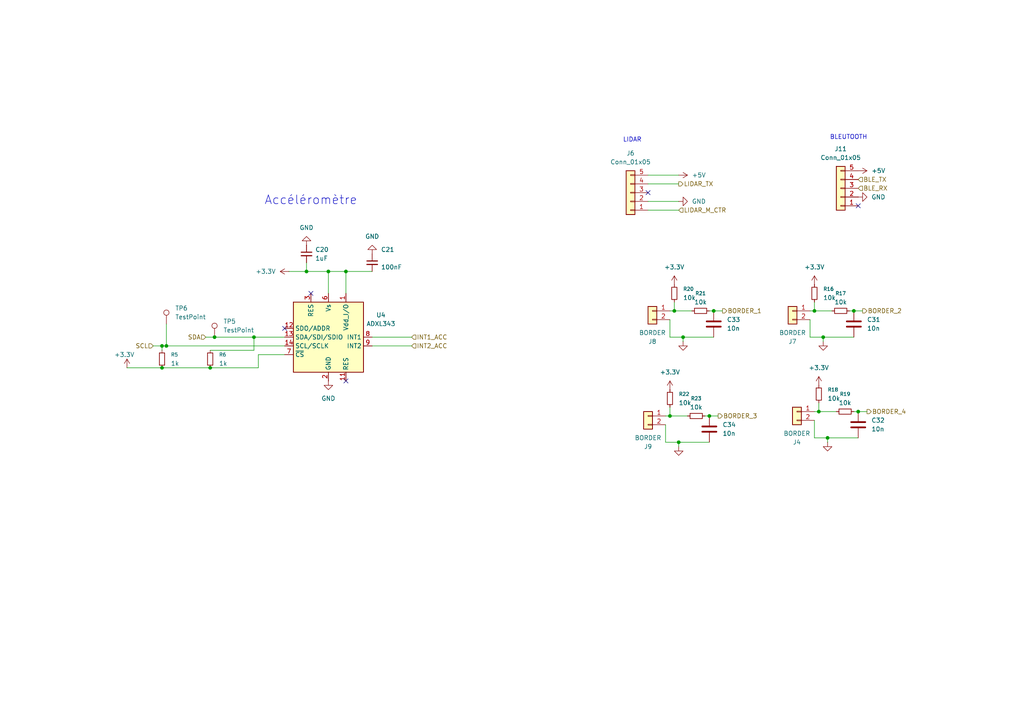
<source format=kicad_sch>
(kicad_sch (version 20250114) (generator "eeschema") (generator_version "9.0")
  (paper "A4")
  (lib_symbols
    (symbol "Connector:TestPoint" (pin_numbers (hide yes)) (pin_names (offset 0.762) (hide yes))
      (property "Reference" "TP" (at 0 6.858 0))
      (property "Value" "TestPoint" (at 0 5.08 0))
      (symbol "TestPoint_0_1"
        (circle (center 0 3.302) (radius 0.762))
      )
      (symbol "TestPoint_1_1"
        (pin passive line (at 0 0 90) (length 2.54) (name "1") (number "1"))
      )
    )
    (symbol "Connector_Generic:Conn_01x02" (pin_names (offset 1.016) (hide yes))
      (property "Reference" "J" (at 0 2.54 0))
      (property "Value" "Conn_01x02" (at 0 -5.08 0))
      (symbol "Conn_01x02_1_1"
        (rectangle (start -1.27 1.27) (end 1.27 -3.81) (stroke (width 0.254)) (fill (type background)))
        (rectangle (start -1.27 0.127) (end 0 -0.127) (stroke (width 0.1524)))
        (rectangle (start -1.27 -2.413) (end 0 -2.667) (stroke (width 0.1524)))
        (pin passive line (at -5.08 0 0) (length 3.81) (name "Pin_1") (number "1"))
        (pin passive line (at -5.08 -2.54 0) (length 3.81) (name "Pin_2") (number "2"))
      )
    )
    (symbol "Connector_Generic:Conn_01x05" (pin_names (offset 1.016) (hide yes))
      (property "Reference" "J" (at 0 7.62 0))
      (property "Value" "Conn_01x05" (at 0 -7.62 0))
      (symbol "Conn_01x05_1_1"
        (rectangle (start -1.27 6.35) (end 1.27 -6.35) (stroke (width 0.254)) (fill (type background)))
        (rectangle (start -1.27 5.207) (end 0 4.953) (stroke (width 0.1524)))
        (rectangle (start -1.27 2.667) (end 0 2.413) (stroke (width 0.1524)))
        (rectangle (start -1.27 0.127) (end 0 -0.127) (stroke (width 0.1524)))
        (rectangle (start -1.27 -2.413) (end 0 -2.667) (stroke (width 0.1524)))
        (rectangle (start -1.27 -4.953) (end 0 -5.207) (stroke (width 0.1524)))
        (pin passive line (at -5.08 5.08 0) (length 3.81) (name "Pin_1") (number "1"))
        (pin passive line (at -5.08 2.54 0) (length 3.81) (name "Pin_2") (number "2"))
        (pin passive line (at -5.08 0 0) (length 3.81) (name "Pin_3") (number "3"))
        (pin passive line (at -5.08 -2.54 0) (length 3.81) (name "Pin_4") (number "4"))
        (pin passive line (at -5.08 -5.08 0) (length 3.81) (name "Pin_5") (number "5"))
      )
    )
    (symbol "Device:C" (pin_numbers (hide yes)) (pin_names (offset 0.254))
      (property "Reference" "C" (at 0.635 2.54 0))
      (property "Value" "C" (at 0.635 -2.54 0))
      (symbol "C_0_1"
        (polyline (pts (xy -2.032 0.762) (xy 2.032 0.762)) (stroke (width 0.508)))
        (polyline (pts (xy -2.032 -0.762) (xy 2.032 -0.762)) (stroke (width 0.508)))
      )
      (symbol "C_1_1"
        (pin passive line (at 0 3.81 270) (length 2.794) (name "~") (number "1"))
        (pin passive line (at 0 -3.81 90) (length 2.794) (name "~") (number "2"))
      )
    )
    (symbol "Device:C_Small" (pin_numbers (hide yes)) (pin_names (offset 0.254) (hide yes))
      (property "Reference" "C" (at 0.254 1.778 0))
      (property "Value" "C_Small" (at 0.254 -2.032 0))
      (symbol "C_Small_0_1"
        (polyline (pts (xy -1.524 0.508) (xy 1.524 0.508)) (stroke (width 0.3048)))
        (polyline (pts (xy -1.524 -0.508) (xy 1.524 -0.508)) (stroke (width 0.3302)))
      )
      (symbol "C_Small_1_1"
        (pin passive line (at 0 2.54 270) (length 2.032) (name "~") (number "1"))
        (pin passive line (at 0 -2.54 90) (length 2.032) (name "~") (number "2"))
      )
    )
    (symbol "Device:R_Small" (pin_numbers (hide yes)) (pin_names (offset 0.254) (hide yes))
      (property "Reference" "R" (at 0 0 90))
      (property "Value" "R_Small" (at 1.778 0 90))
      (symbol "R_Small_0_1"
        (rectangle (start -0.762 1.778) (end 0.762 -1.778) (stroke (width 0.2032)))
      )
      (symbol "R_Small_1_1"
        (pin passive line (at 0 2.54 270) (length 0.762) (name "~") (number "1"))
        (pin passive line (at 0 -2.54 90) (length 0.762) (name "~") (number "2"))
      )
    )
    (symbol "Sensor_Motion:ADXL343"
      (property "Reference" "U" (at -8.89 11.43 0))
      (property "Value" "ADXL343" (at -7.62 -11.43 0))
      (symbol "ADXL343_0_1"
        (rectangle (start -10.16 10.16) (end 10.16 -10.16) (stroke (width 0.254)) (fill (type background)))
      )
      (symbol "ADXL343_1_1"
        (pin bidirectional line (at -12.7 2.54 0) (length 2.54) (name "SDO/ADDR") (number "12"))
        (pin bidirectional line (at -12.7 0 0) (length 2.54) (name "SDA/SDI/SDIO") (number "13"))
        (pin input line (at -12.7 -2.54 0) (length 2.54) (name "SCL/SCLK") (number "14"))
        (pin input line (at -12.7 -5.08 0) (length 2.54) (name "~{CS}") (number "7"))
        (pin passive line (at -5.08 12.7 270) (length 2.54) (name "RES") (number "3"))
        (pin no_connect line (at -5.08 -10.16 90) (length 2.54) (hide yes) (name "NC") (number "10"))
        (pin power_in line (at 0 12.7 270) (length 2.54) (name "Vs") (number "6"))
        (pin power_in line (at 0 -12.7 90) (length 2.54) (name "GND") (number "2"))
        (pin passive line (at 0 -12.7 90) (length 2.54) (hide yes) (name "GND") (number "4"))
        (pin passive line (at 0 -12.7 90) (length 2.54) (hide yes) (name "GND") (number "5"))
        (pin power_in line (at 5.08 12.7 270) (length 2.54) (name "Vdd_I/O") (number "1"))
        (pin passive line (at 5.08 -12.7 90) (length 2.54) (name "RES") (number "11"))
        (pin output line (at 12.7 0 180) (length 2.54) (name "INT1") (number "8"))
        (pin output line (at 12.7 -2.54 180) (length 2.54) (name "INT2") (number "9"))
      )
    )
    (symbol "power:+3.3V" (power) (pin_numbers (hide yes)) (pin_names (offset 0) (hide yes))
      (property "Value" "+3.3V" (at 0 3.556 0))
      (symbol "+3.3V_0_1"
        (polyline (pts (xy -0.762 1.27) (xy 0 2.54)))
        (polyline (pts (xy 0 2.54) (xy 0.762 1.27)))
        (polyline (pts (xy 0 0) (xy 0 2.54)))
      )
      (symbol "+3.3V_1_1"
        (pin power_in line (at 0 0 90) (length 0) (name "~") (number "1"))
      )
    )
    (symbol "power:+5V" (power) (pin_numbers (hide yes)) (pin_names (offset 0) (hide yes))
      (property "Value" "+5V" (at 0 3.556 0))
      (symbol "+5V_0_1"
        (polyline (pts (xy -0.762 1.27) (xy 0 2.54)))
        (polyline (pts (xy 0 2.54) (xy 0.762 1.27)))
        (polyline (pts (xy 0 0) (xy 0 2.54)))
      )
      (symbol "+5V_1_1"
        (pin power_in line (at 0 0 90) (length 0) (name "~") (number "1"))
      )
    )
    (symbol "power:GND" (power) (pin_numbers (hide yes)) (pin_names (offset 0) (hide yes))
      (property "Value" "GND" (at 0 -3.81 0))
      (symbol "GND_0_1"
        (polyline (pts (xy 0 0) (xy 0 -1.27) (xy 1.27 -1.27) (xy 0 -2.54) (xy -1.27 -1.27) (xy 0 -1.27)))
      )
      (symbol "GND_1_1"
        (pin power_in line (at 0 0 270) (length 0) (name "~") (number "1"))
      )
    )
  )
  (text "Accéléromètre" (at 90.17 58.166 0) (effects (font (size 2.54 2.54))))
  (text "BLEUTOOTH" (at 246.126 39.878 0) (effects (font (size 1.27 1.27))))
  (text "LIDAR" (at 183.388 40.64 0) (effects (font (size 1.27 1.27))))
  (junction (at 95.25 78.74))
  (junction (at 194.31 120.65))
  (junction (at 60.96 106.68))
  (junction (at 88.9 78.74))
  (junction (at 247.65 90.17))
  (junction (at 48.26 100.33))
  (junction (at 248.92 119.38))
  (junction (at 195.58 90.17))
  (junction (at 205.74 120.65))
  (junction (at 62.23 97.79))
  (junction (at 236.22 90.17))
  (junction (at 240.03 127))
  (junction (at 198.12 97.79))
  (junction (at 46.99 100.33))
  (junction (at 46.99 106.68))
  (junction (at 237.49 119.38))
  (junction (at 238.76 97.79))
  (junction (at 100.33 78.74))
  (junction (at 73.66 97.79))
  (junction (at 196.85 128.27))
  (junction (at 207.01 90.17))
  (no_connect (at 82.55 95.25))
  (no_connect (at 248.92 59.69))
  (no_connect (at 187.96 55.88))
  (no_connect (at 100.33 110.49))
  (no_connect (at 90.17 85.09))
  (wire (pts (xy 236.22 90.17) (xy 241.3 90.17)))
  (wire (pts (xy 248.92 119.38) (xy 251.46 119.38)))
  (wire (pts (xy 236.22 127) (xy 240.03 127)))
  (wire (pts (xy 73.66 101.6) (xy 73.66 97.79)))
  (wire (pts (xy 100.33 78.74) (xy 107.95 78.74)))
  (wire (pts (xy 238.76 99.06) (xy 238.76 97.79)))
  (wire (pts (xy 194.31 97.79) (xy 198.12 97.79)))
  (wire (pts (xy 248.92 127) (xy 240.03 127)))
  (wire (pts (xy 205.74 120.65) (xy 208.28 120.65)))
  (wire (pts (xy 48.26 93.98) (xy 48.26 100.33)))
  (wire (pts (xy 107.95 97.79) (xy 119.38 97.79)))
  (wire (pts (xy 205.74 90.17) (xy 207.01 90.17)))
  (wire (pts (xy 240.03 128.27) (xy 240.03 127)))
  (wire (pts (xy 193.04 128.27) (xy 196.85 128.27)))
  (wire (pts (xy 60.96 101.6) (xy 73.66 101.6)))
  (wire (pts (xy 59.69 97.79) (xy 62.23 97.79)))
  (wire (pts (xy 246.38 90.17) (xy 247.65 90.17)))
  (wire (pts (xy 95.25 85.09) (xy 95.25 78.74)))
  (wire (pts (xy 88.9 78.74) (xy 83.82 78.74)))
  (wire (pts (xy 187.96 50.8) (xy 196.85 50.8)))
  (wire (pts (xy 73.66 97.79) (xy 82.55 97.79)))
  (wire (pts (xy 236.22 90.17) (xy 234.95 90.17)))
  (wire (pts (xy 237.49 119.38) (xy 236.22 119.38)))
  (wire (pts (xy 194.31 120.65) (xy 193.04 120.65)))
  (wire (pts (xy 198.12 99.06) (xy 198.12 97.79)))
  (wire (pts (xy 234.95 92.71) (xy 234.95 97.79)))
  (wire (pts (xy 107.95 100.33) (xy 119.38 100.33)))
  (wire (pts (xy 247.65 119.38) (xy 248.92 119.38)))
  (wire (pts (xy 187.96 53.34) (xy 196.85 53.34)))
  (wire (pts (xy 236.22 121.92) (xy 236.22 127)))
  (wire (pts (xy 193.04 123.19) (xy 193.04 128.27)))
  (wire (pts (xy 187.96 60.96) (xy 196.85 60.96)))
  (wire (pts (xy 36.83 106.68) (xy 46.99 106.68)))
  (wire (pts (xy 44.45 100.33) (xy 46.99 100.33)))
  (wire (pts (xy 88.9 76.2) (xy 88.9 78.74)))
  (wire (pts (xy 205.74 128.27) (xy 196.85 128.27)))
  (wire (pts (xy 247.65 97.79) (xy 238.76 97.79)))
  (wire (pts (xy 195.58 87.63) (xy 195.58 90.17)))
  (wire (pts (xy 46.99 100.33) (xy 46.99 101.6)))
  (wire (pts (xy 95.25 78.74) (xy 100.33 78.74)))
  (wire (pts (xy 48.26 100.33) (xy 46.99 100.33)))
  (wire (pts (xy 194.31 118.11) (xy 194.31 120.65)))
  (wire (pts (xy 60.96 106.68) (xy 74.93 106.68)))
  (wire (pts (xy 95.25 78.74) (xy 88.9 78.74)))
  (wire (pts (xy 74.93 106.68) (xy 74.93 102.87)))
  (wire (pts (xy 195.58 90.17) (xy 194.31 90.17)))
  (wire (pts (xy 74.93 102.87) (xy 82.55 102.87)))
  (wire (pts (xy 237.49 116.84) (xy 237.49 119.38)))
  (wire (pts (xy 82.55 100.33) (xy 48.26 100.33)))
  (wire (pts (xy 234.95 97.79) (xy 238.76 97.79)))
  (wire (pts (xy 62.23 97.79) (xy 73.66 97.79)))
  (wire (pts (xy 196.85 129.54) (xy 196.85 128.27)))
  (wire (pts (xy 194.31 120.65) (xy 199.39 120.65)))
  (wire (pts (xy 236.22 87.63) (xy 236.22 90.17)))
  (wire (pts (xy 194.31 92.71) (xy 194.31 97.79)))
  (wire (pts (xy 247.65 90.17) (xy 250.19 90.17)))
  (wire (pts (xy 204.47 120.65) (xy 205.74 120.65)))
  (wire (pts (xy 207.01 90.17) (xy 209.55 90.17)))
  (wire (pts (xy 237.49 119.38) (xy 242.57 119.38)))
  (wire (pts (xy 46.99 106.68) (xy 60.96 106.68)))
  (wire (pts (xy 195.58 90.17) (xy 200.66 90.17)))
  (wire (pts (xy 100.33 85.09) (xy 100.33 78.74)))
  (wire (pts (xy 207.01 97.79) (xy 198.12 97.79)))
  (wire (pts (xy 187.96 58.42) (xy 196.85 58.42)))
  (hierarchical_label "BORDER_4" (shape output) (at 251.46 119.38 0))
  (hierarchical_label "LIDAR_TX" (shape output) (at 196.85 53.34 0))
  (hierarchical_label "SDA" (shape input) (at 59.69 97.79 180))
  (hierarchical_label "BORDER_2" (shape output) (at 250.19 90.17 0))
  (hierarchical_label "BORDER_3" (shape output) (at 208.28 120.65 0))
  (hierarchical_label "BORDER_1" (shape output) (at 209.55 90.17 0))
  (hierarchical_label "BLE_TX" (shape input) (at 248.92 52.07 0))
  (hierarchical_label "SCL" (shape input) (at 44.45 100.33 180))
  (hierarchical_label "BLE_RX" (shape input) (at 248.92 54.61 0))
  (hierarchical_label "LIDAR_M_CTR" (shape input) (at 196.85 60.96 0))
  (hierarchical_label "INT1_ACC" (shape input) (at 119.38 97.79 0))
  (hierarchical_label "INT2_ACC" (shape input) (at 119.38 100.33 0))
  (symbol (lib_id "Device:R_Small") (at 236.22 85.09 0) (unit 1)
    (property "Reference" "R16" (at 238.76 83.8199 0) (effects (font (size 1.016 1.016)) (justify left)))
    (property "Value" "10k" (at 238.76 86.3599 0) (effects (justify left)))
    (property "Footprint" "Resistor_SMD:R_0402_1005Metric" (effects (hide yes)))
    (property "Description" "Resistor, small symbol" (effects (hide yes)))
  )
  (symbol (lib_id "Device:R_Small") (at 194.31 115.57 0) (unit 1)
    (property "Reference" "R22" (at 196.85 114.2999 0) (effects (font (size 1.016 1.016)) (justify left)))
    (property "Value" "10k" (at 196.85 116.8399 0) (effects (justify left)))
    (property "Footprint" "Resistor_SMD:R_0402_1005Metric" (effects (hide yes)))
    (property "Description" "Resistor, small symbol" (effects (hide yes)))
  )
  (symbol (lib_id "power:GND") (at 196.85 129.54 0) (unit 1)
    (property "Reference" "#PWR066" (effects (hide yes)))
    (property "Value" "GND" (effects (hide yes)))
    (property "Description" "Power symbol creates a global label with name \"GND\" , ground" (effects (hide yes)))
  )
  (symbol (lib_id "Device:C") (at 247.65 93.98 0) (unit 1)
    (property "Reference" "C31" (at 251.46 92.7099 0) (effects (justify left)))
    (property "Value" "10n" (at 251.46 95.2499 0) (effects (justify left)))
    (property "Footprint" "Capacitor_SMD:C_0402_1005Metric" (effects (hide yes)))
    (property "Description" "Unpolarized capacitor" (effects (hide yes)))
  )
  (symbol (lib_id "power:GND") (at 88.9 71.12 180) (unit 1)
    (property "Reference" "#PWR035" (effects (hide yes)))
    (property "Value" "GND" (at 88.9 66.04 0))
    (property "Description" "Power symbol creates a global label with name \"GND\" , ground" (effects (hide yes)))
  )
  (symbol (lib_id "power:+3.3V") (at 83.82 78.74 90) (unit 1)
    (property "Reference" "#PWR034" (effects (hide yes)))
    (property "Value" "+3.3V" (at 80.01 78.7399 90) (effects (justify left)))
    (property "Description" "Power symbol creates a global label with name \"+3.3V\"" (effects (hide yes)))
  )
  (symbol (lib_id "Device:C_Small") (at 88.9 73.66 0) (unit 1)
    (property "Reference" "C20" (at 91.44 72.3962 0) (effects (justify left)))
    (property "Value" "1uF" (at 91.44 74.9362 0) (effects (justify left)))
    (property "Footprint" "Capacitor_SMD:C_0402_1005Metric" (effects (hide yes)))
    (property "Description" "Unpolarized capacitor, small symbol" (effects (hide yes)))
  )
  (symbol (lib_id "Connector_Generic:Conn_01x05") (at 243.84 54.61 180) (unit 1)
    (property "Reference" "J11" (at 243.84 43.18 0))
    (property "Value" "Conn_01x05" (at 243.84 45.72 0))
    (property "Footprint" "Connector_JST:JST_XH_S5B-XH-A_1x05_P2.50mm_Horizontal" (effects (hide yes)))
    (property "Description" "Generic connector, single row, 01x05, script generated (kicad-library-utils/schlib/autogen/connector/)" (effects (hide yes)))
  )
  (symbol (lib_id "Connector_Generic:Conn_01x02") (at 229.87 90.17 0) (mirror y) (unit 1)
    (property "Reference" "J7" (at 229.87 99.06 0))
    (property "Value" "BORDER" (at 229.87 96.52 0))
    (property "Footprint" "Connector_JST:JST_XH_S2B-XH-A_1x02_P2.50mm_Horizontal" (effects (hide yes)))
    (property "Description" "Generic connector, single row, 01x02, script generated (kicad-library-utils/schlib/autogen/connector/)" (effects (hide yes)))
  )
  (symbol (lib_id "power:GND") (at 198.12 99.06 0) (unit 1)
    (property "Reference" "#PWR064" (effects (hide yes)))
    (property "Value" "GND" (effects (hide yes)))
    (property "Description" "Power symbol creates a global label with name \"GND\" , ground" (effects (hide yes)))
  )
  (symbol (lib_id "Device:R_Small") (at 237.49 114.3 0) (unit 1)
    (property "Reference" "R18" (at 240.03 113.0299 0) (effects (font (size 1.016 1.016)) (justify left)))
    (property "Value" "10k" (at 240.03 115.5699 0) (effects (justify left)))
    (property "Footprint" "Resistor_SMD:R_0402_1005Metric" (effects (hide yes)))
    (property "Description" "Resistor, small symbol" (effects (hide yes)))
  )
  (symbol (lib_id "Device:C") (at 207.01 93.98 0) (unit 1)
    (property "Reference" "C33" (at 210.82 92.7099 0) (effects (justify left)))
    (property "Value" "10n" (at 210.82 95.2499 0) (effects (justify left)))
    (property "Footprint" "Capacitor_SMD:C_0402_1005Metric" (effects (hide yes)))
    (property "Description" "Unpolarized capacitor" (effects (hide yes)))
  )
  (symbol (lib_id "power:+3.3V") (at 236.22 82.55 0) (unit 1)
    (property "Reference" "#PWR061" (effects (hide yes)))
    (property "Value" "+3.3V" (at 236.22 77.47 0))
    (property "Description" "Power symbol creates a global label with name \"+3.3V\"" (effects (hide yes)))
  )
  (symbol (lib_id "Device:C_Small") (at 107.95 76.2 0) (unit 1)
    (property "Reference" "C21" (at 110.49 72.3962 0) (effects (justify left)))
    (property "Value" "100nF" (at 110.49 77.4762 0) (effects (justify left)))
    (property "Footprint" "Capacitor_SMD:C_0402_1005Metric" (effects (hide yes)))
    (property "Description" "Unpolarized capacitor, small symbol" (effects (hide yes)))
  )
  (symbol (lib_id "Device:C") (at 248.92 123.19 0) (unit 1)
    (property "Reference" "C32" (at 252.73 121.9199 0) (effects (justify left)))
    (property "Value" "10n" (at 252.73 124.4599 0) (effects (justify left)))
    (property "Footprint" "Capacitor_SMD:C_0402_1005Metric" (effects (hide yes)))
    (property "Description" "Unpolarized capacitor" (effects (hide yes)))
  )
  (symbol (lib_id "power:GND") (at 248.92 57.15 90) (unit 1)
    (property "Reference" "#PWR068" (effects (hide yes)))
    (property "Value" "GND" (at 252.73 57.1499 90) (effects (justify right)))
    (property "Description" "Power symbol creates a global label with name \"GND\" , ground" (effects (hide yes)))
  )
  (symbol (lib_id "Connector:TestPoint") (at 62.23 97.79 0) (unit 1)
    (property "Reference" "TP5" (at 64.77 93.2179 0) (effects (justify left)))
    (property "Value" "TestPoint" (at 64.77 95.7579 0) (effects (justify left)))
    (property "Footprint" "TestPoint:TestPoint_Pad_D1.0mm" (effects (hide yes)))
    (property "Description" "test point" (effects (hide yes)))
  )
  (symbol (lib_id "Device:R_Small") (at 60.96 104.14 0) (unit 1)
    (property "Reference" "R6" (at 63.5 102.8699 0) (effects (font (size 1.016 1.016)) (justify left)))
    (property "Value" "1k" (at 63.5 105.4099 0) (effects (justify left)))
    (property "Footprint" "Resistor_SMD:R_0402_1005Metric" (effects (hide yes)))
    (property "Description" "Resistor, small symbol" (effects (hide yes)))
  )
  (symbol (lib_id "Connector:TestPoint") (at 48.26 93.98 0) (unit 1)
    (property "Reference" "TP6" (at 50.8 89.4079 0) (effects (justify left)))
    (property "Value" "TestPoint" (at 50.8 91.9479 0) (effects (justify left)))
    (property "Footprint" "TestPoint:TestPoint_Pad_D1.0mm" (effects (hide yes)))
    (property "Description" "test point" (effects (hide yes)))
  )
  (symbol (lib_id "Device:R_Small") (at 243.84 90.17 90) (unit 1)
    (property "Reference" "R17" (at 243.84 85.09 90) (effects (font (size 1.016 1.016))))
    (property "Value" "10k" (at 243.84 87.63 90))
    (property "Footprint" "Resistor_SMD:R_0402_1005Metric" (effects (hide yes)))
    (property "Description" "Resistor, small symbol" (effects (hide yes)))
  )
  (symbol (lib_id "Sensor_Motion:ADXL343") (at 95.25 97.79 0) (unit 1)
    (property "Reference" "U4" (at 110.49 91.3698 0))
    (property "Value" "ADXL343" (at 110.49 93.9098 0))
    (property "Footprint" "Package_LGA:LGA-14_3x5mm_P0.8mm_LayoutBorder1x6y" (effects (hide yes)))
    (property "Datasheet" "https://www.analog.com/media/en/technical-documentation/data-sheets/ADXL343.pdf" (effects (hide yes)))
    (property "Description" "3-Axis MEMS Accelerometer, 2/4/8/16g range, I2C/SPI, LGA-14" (effects (hide yes)))
    (property "MPN" "ADXL343BCCZ-RL" (effects (hide yes)))
  )
  (symbol (lib_id "Connector_Generic:Conn_01x05") (at 182.88 55.88 180) (unit 1)
    (property "Reference" "J6" (at 182.88 44.45 0))
    (property "Value" "Conn_01x05" (at 182.88 46.99 0))
    (property "Footprint" "Connector_JST:JST_XH_S5B-XH-A_1x05_P2.50mm_Horizontal" (effects (hide yes)))
    (property "Description" "Generic connector, single row, 01x05, script generated (kicad-library-utils/schlib/autogen/connector/)" (effects (hide yes)))
    (property "MPN" "YDLIDAR X2" (effects (hide yes)))
  )
  (symbol (lib_id "power:+3.3V") (at 195.58 82.55 0) (unit 1)
    (property "Reference" "#PWR063" (effects (hide yes)))
    (property "Value" "+3.3V" (at 195.58 77.47 0))
    (property "Description" "Power symbol creates a global label with name \"+3.3V\"" (effects (hide yes)))
  )
  (symbol (lib_id "Device:R_Small") (at 245.11 119.38 90) (unit 1)
    (property "Reference" "R19" (at 245.11 114.3 90) (effects (font (size 1.016 1.016))))
    (property "Value" "10k" (at 245.11 116.84 90))
    (property "Footprint" "Resistor_SMD:R_0402_1005Metric" (effects (hide yes)))
    (property "Description" "Resistor, small symbol" (effects (hide yes)))
  )
  (symbol (lib_id "Device:R_Small") (at 46.99 104.14 0) (unit 1)
    (property "Reference" "R5" (at 49.53 102.8699 0) (effects (font (size 1.016 1.016)) (justify left)))
    (property "Value" "1k" (at 49.53 105.4099 0) (effects (justify left)))
    (property "Footprint" "Resistor_SMD:R_0402_1005Metric" (effects (hide yes)))
    (property "Description" "Resistor, small symbol" (effects (hide yes)))
  )
  (symbol (lib_id "power:+3.3V") (at 36.83 106.68 0) (unit 1)
    (property "Reference" "#PWR032" (effects (hide yes)))
    (property "Value" "+3.3V" (at 36.068 102.87 0))
    (property "Description" "Power symbol creates a global label with name \"+3.3V\"" (effects (hide yes)))
  )
  (symbol (lib_id "Device:C") (at 205.74 124.46 0) (unit 1)
    (property "Reference" "C34" (at 209.55 123.1899 0) (effects (justify left)))
    (property "Value" "10n" (at 209.55 125.7299 0) (effects (justify left)))
    (property "Footprint" "Capacitor_SMD:C_0402_1005Metric" (effects (hide yes)))
    (property "Description" "Unpolarized capacitor" (effects (hide yes)))
  )
  (symbol (lib_id "Connector_Generic:Conn_01x02") (at 231.14 119.38 0) (mirror y) (unit 1)
    (property "Reference" "J4" (at 231.14 128.27 0))
    (property "Value" "BORDER" (at 231.14 125.73 0))
    (property "Footprint" "Connector_JST:JST_XH_S2B-XH-A_1x02_P2.50mm_Horizontal" (effects (hide yes)))
    (property "Description" "Generic connector, single row, 01x02, script generated (kicad-library-utils/schlib/autogen/connector/)" (effects (hide yes)))
  )
  (symbol (lib_id "power:GND") (at 95.25 110.49 0) (unit 1)
    (property "Reference" "#PWR040" (effects (hide yes)))
    (property "Value" "GND" (at 95.25 115.57 0))
    (property "Description" "Power symbol creates a global label with name \"GND\" , ground" (effects (hide yes)))
  )
  (symbol (lib_id "power:GND") (at 238.76 99.06 0) (unit 1)
    (property "Reference" "#PWR062" (effects (hide yes)))
    (property "Value" "GND" (effects (hide yes)))
    (property "Description" "Power symbol creates a global label with name \"GND\" , ground" (effects (hide yes)))
  )
  (symbol (lib_id "power:+5V") (at 248.92 49.53 270) (unit 1)
    (property "Reference" "#PWR067" (effects (hide yes)))
    (property "Value" "+5V" (at 252.73 49.5299 90) (effects (justify left)))
    (property "Description" "Power symbol creates a global label with name \"+5V\"" (effects (hide yes)))
  )
  (symbol (lib_id "Device:R_Small") (at 201.93 120.65 90) (unit 1)
    (property "Reference" "R23" (at 201.93 115.57 90) (effects (font (size 1.016 1.016))))
    (property "Value" "10k" (at 201.93 118.11 90))
    (property "Footprint" "Resistor_SMD:R_0402_1005Metric" (effects (hide yes)))
    (property "Description" "Resistor, small symbol" (effects (hide yes)))
  )
  (symbol (lib_id "Connector_Generic:Conn_01x02") (at 187.96 120.65 0) (mirror y) (unit 1)
    (property "Reference" "J9" (at 187.96 129.54 0))
    (property "Value" "BORDER" (at 187.96 127 0))
    (property "Footprint" "Connector_JST:JST_XH_S2B-XH-A_1x02_P2.50mm_Horizontal" (effects (hide yes)))
    (property "Description" "Generic connector, single row, 01x02, script generated (kicad-library-utils/schlib/autogen/connector/)" (effects (hide yes)))
  )
  (symbol (lib_id "power:+5V") (at 196.85 50.8 270) (unit 1)
    (property "Reference" "#PWR046" (effects (hide yes)))
    (property "Value" "+5V" (at 200.66 50.7999 90) (effects (justify left)))
    (property "Description" "Power symbol creates a global label with name \"+5V\"" (effects (hide yes)))
  )
  (symbol (lib_id "Device:R_Small") (at 195.58 85.09 0) (unit 1)
    (property "Reference" "R20" (at 198.12 83.8199 0) (effects (font (size 1.016 1.016)) (justify left)))
    (property "Value" "10k" (at 198.12 86.3599 0) (effects (justify left)))
    (property "Footprint" "Resistor_SMD:R_0402_1005Metric" (effects (hide yes)))
    (property "Description" "Resistor, small symbol" (effects (hide yes)))
  )
  (symbol (lib_id "power:+3.3V") (at 194.31 113.03 0) (unit 1)
    (property "Reference" "#PWR065" (effects (hide yes)))
    (property "Value" "+3.3V" (at 194.31 107.95 0))
    (property "Description" "Power symbol creates a global label with name \"+3.3V\"" (effects (hide yes)))
  )
  (symbol (lib_id "power:GND") (at 107.95 73.66 180) (unit 1)
    (property "Reference" "#PWR041" (effects (hide yes)))
    (property "Value" "GND" (at 107.95 68.58 0))
    (property "Description" "Power symbol creates a global label with name \"GND\" , ground" (effects (hide yes)))
  )
  (symbol (lib_id "power:GND") (at 240.03 128.27 0) (unit 1)
    (property "Reference" "#PWR059" (effects (hide yes)))
    (property "Value" "GND" (effects (hide yes)))
    (property "Description" "Power symbol creates a global label with name \"GND\" , ground" (effects (hide yes)))
  )
  (symbol (lib_id "Device:R_Small") (at 203.2 90.17 90) (unit 1)
    (property "Reference" "R21" (at 203.2 85.09 90) (effects (font (size 1.016 1.016))))
    (property "Value" "10k" (at 203.2 87.63 90))
    (property "Footprint" "Resistor_SMD:R_0402_1005Metric" (effects (hide yes)))
    (property "Description" "Resistor, small symbol" (effects (hide yes)))
  )
  (symbol (lib_id "power:+3.3V") (at 237.49 111.76 0) (unit 1)
    (property "Reference" "#PWR055" (effects (hide yes)))
    (property "Value" "+3.3V" (at 237.49 106.68 0))
    (property "Description" "Power symbol creates a global label with name \"+3.3V\"" (effects (hide yes)))
  )
  (symbol (lib_id "Connector_Generic:Conn_01x02") (at 189.23 90.17 0) (mirror y) (unit 1)
    (property "Reference" "J8" (at 189.23 99.06 0))
    (property "Value" "BORDER" (at 189.23 96.52 0))
    (property "Footprint" "Connector_JST:JST_XH_S2B-XH-A_1x02_P2.50mm_Horizontal" (effects (hide yes)))
    (property "Description" "Generic connector, single row, 01x02, script generated (kicad-library-utils/schlib/autogen/connector/)" (effects (hide yes)))
  )
  (symbol (lib_id "power:GND") (at 196.85 58.42 90) (unit 1)
    (property "Reference" "#PWR047" (effects (hide yes)))
    (property "Value" "GND" (at 200.66 58.4199 90) (effects (justify right)))
    (property "Description" "Power symbol creates a global label with name \"GND\" , ground" (effects (hide yes)))
  )
)
</source>
